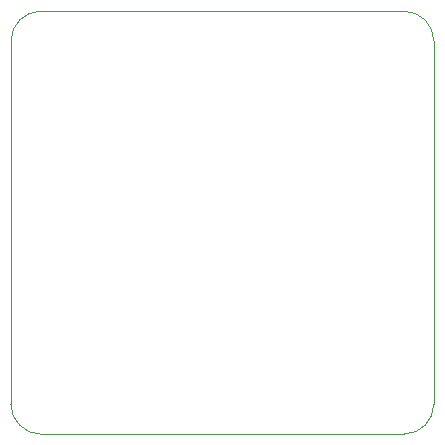
<source format=gbr>
%TF.GenerationSoftware,KiCad,Pcbnew,5.1.6*%
%TF.CreationDate,2020-10-08T05:31:35+03:00*%
%TF.ProjectId,pickit2_adapter,7069636b-6974-4325-9f61-646170746572,rev?*%
%TF.SameCoordinates,Original*%
%TF.FileFunction,Profile,NP*%
%FSLAX46Y46*%
G04 Gerber Fmt 4.6, Leading zero omitted, Abs format (unit mm)*
G04 Created by KiCad (PCBNEW 5.1.6) date 2020-10-08 05:31:35*
%MOMM*%
%LPD*%
G01*
G04 APERTURE LIST*
%TA.AperFunction,Profile*%
%ADD10C,0.050000*%
%TD*%
G04 APERTURE END LIST*
D10*
X75946000Y-72644000D02*
X104013000Y-72644000D01*
X73406000Y-39370000D02*
X73406000Y-70104000D01*
X106680000Y-36830000D02*
X75946000Y-36830000D01*
X109220000Y-70104000D02*
X109220000Y-39370000D01*
X75946000Y-72644000D02*
G75*
G02*
X73406000Y-70104000I0J2540000D01*
G01*
X109220000Y-70104000D02*
G75*
G02*
X106680000Y-72644000I-2540000J0D01*
G01*
X104013000Y-72644000D02*
X106680000Y-72644000D01*
X106680000Y-36830000D02*
G75*
G02*
X109220000Y-39370000I0J-2540000D01*
G01*
X73406000Y-39370000D02*
G75*
G02*
X75946000Y-36830000I2540000J0D01*
G01*
M02*

</source>
